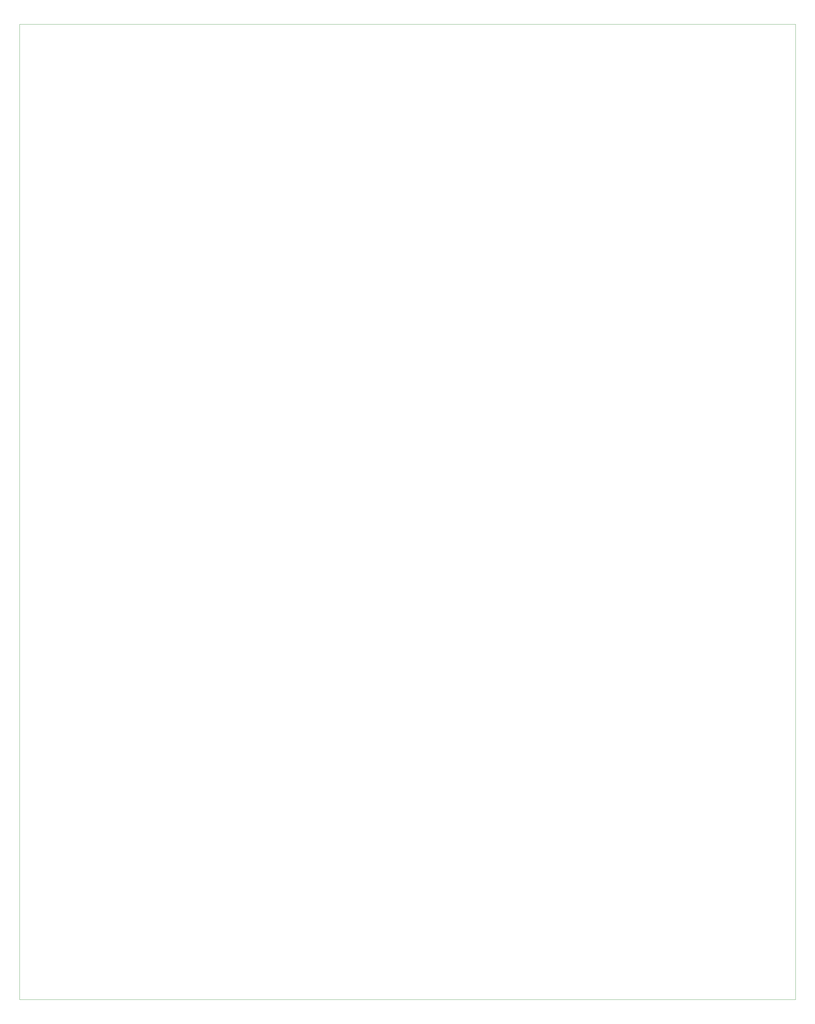
<source format=gbr>
%FSLAX34Y34*%
%MOMM*%
%LNOUTLINE*%
G71*
G01*
%ADD10C,0.002*%
%LPD*%
G54D10*
X-1029494Y259556D02*
X1360506Y259556D01*
X1360506Y-2740444D01*
X-1029494Y-2740444D01*
X-1029494Y259556D01*
M02*

</source>
